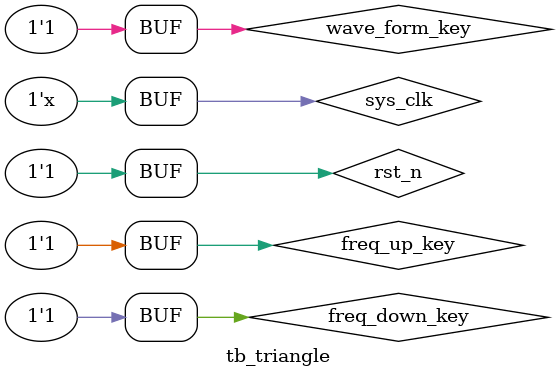
<source format=v>
`timescale 1ns/1ns

module tb_triangle();

  reg sys_clk;
  reg rst_n;
  reg freq_up_key;
  reg freq_down_key;
  reg wave_form_key;
  wire lcd_de;
  wire lcd_clk;
  wire [23:0] lcd_rgb;
  wire lcd_bl;
  wire lcd_hs;
  wire lcd_vs;
  wire lcd_rst;

  always #10 sys_clk = ~sys_clk;

  initial begin
    sys_clk = 1'b0;
    rst_n = 1'b0;
    freq_up_key = 1'b1;
    freq_down_key = 1'b1;
    wave_form_key = 1'b1;
    #100
    rst_n = 1'b1;

  end


  function_generator_top  function_generator_top_inst (
    .sys_clk(sys_clk),
    .rst_n(rst_n),
    .freq_up_key(freq_up_key),
    .freq_down_key(freq_down_key),
    .wave_form_key(wave_form_key),
    .lcd_de(lcd_de),
    .lcd_clk(lcd_clk),
    .lcd_rgb(lcd_rgb),
    .lcd_bl(lcd_bl),
    .lcd_hs(lcd_hs),
    .lcd_vs(lcd_vs),
    .lcd_rst(lcd_rst)
  );


endmodule

</source>
